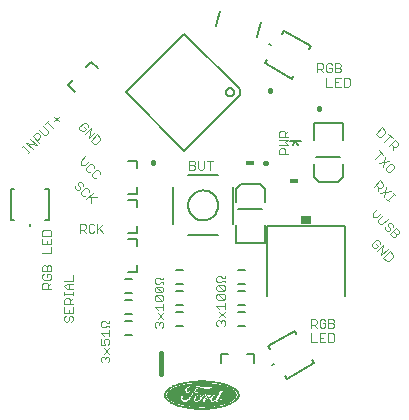
<source format=gto>
G75*
G70*
%OFA0B0*%
%FSLAX24Y24*%
%IPPOS*%
%LPD*%
%AMOC8*
5,1,8,0,0,1.08239X$1,22.5*
%
%ADD10C,0.0030*%
%ADD11R,0.0240X0.0010*%
%ADD12R,0.0550X0.0010*%
%ADD13R,0.0710X0.0010*%
%ADD14R,0.0860X0.0010*%
%ADD15R,0.1010X0.0010*%
%ADD16R,0.0450X0.0010*%
%ADD17R,0.0340X0.0010*%
%ADD18R,0.0300X0.0010*%
%ADD19R,0.0310X0.0010*%
%ADD20R,0.0270X0.0010*%
%ADD21R,0.0250X0.0010*%
%ADD22R,0.0540X0.0010*%
%ADD23R,0.0210X0.0010*%
%ADD24R,0.0690X0.0010*%
%ADD25R,0.0170X0.0010*%
%ADD26R,0.0830X0.0010*%
%ADD27R,0.0180X0.0010*%
%ADD28R,0.0150X0.0010*%
%ADD29R,0.0970X0.0010*%
%ADD30R,0.0160X0.0010*%
%ADD31R,0.1100X0.0010*%
%ADD32R,0.1230X0.0010*%
%ADD33R,0.0140X0.0010*%
%ADD34R,0.1330X0.0010*%
%ADD35R,0.1390X0.0010*%
%ADD36R,0.0130X0.0010*%
%ADD37R,0.1470X0.0010*%
%ADD38R,0.0120X0.0010*%
%ADD39R,0.1560X0.0010*%
%ADD40R,0.0110X0.0010*%
%ADD41R,0.1610X0.0010*%
%ADD42R,0.0100X0.0010*%
%ADD43R,0.1670X0.0010*%
%ADD44R,0.1720X0.0010*%
%ADD45R,0.1770X0.0010*%
%ADD46R,0.0090X0.0010*%
%ADD47R,0.1810X0.0010*%
%ADD48R,0.0080X0.0010*%
%ADD49R,0.0260X0.0010*%
%ADD50R,0.0400X0.0010*%
%ADD51R,0.0230X0.0010*%
%ADD52R,0.0050X0.0010*%
%ADD53R,0.0070X0.0010*%
%ADD54R,0.0320X0.0010*%
%ADD55R,0.0010X0.0010*%
%ADD56R,0.0040X0.0010*%
%ADD57R,0.0330X0.0010*%
%ADD58R,0.0020X0.0010*%
%ADD59R,0.0200X0.0010*%
%ADD60R,0.0030X0.0010*%
%ADD61R,0.0410X0.0010*%
%ADD62R,0.0060X0.0010*%
%ADD63R,0.0420X0.0010*%
%ADD64R,0.0360X0.0010*%
%ADD65R,0.0370X0.0010*%
%ADD66R,0.0380X0.0010*%
%ADD67R,0.0430X0.0010*%
%ADD68R,0.0390X0.0010*%
%ADD69R,0.0440X0.0010*%
%ADD70R,0.0190X0.0010*%
%ADD71R,0.0560X0.0010*%
%ADD72R,0.0220X0.0010*%
%ADD73R,0.0460X0.0010*%
%ADD74R,0.0470X0.0010*%
%ADD75R,0.0490X0.0010*%
%ADD76R,0.0500X0.0010*%
%ADD77R,0.0510X0.0010*%
%ADD78R,0.0520X0.0010*%
%ADD79R,0.0530X0.0010*%
%ADD80R,0.0750X0.0010*%
%ADD81R,0.0740X0.0010*%
%ADD82R,0.0730X0.0010*%
%ADD83R,0.0840X0.0010*%
%ADD84R,0.0670X0.0010*%
%ADD85R,0.0650X0.0010*%
%ADD86R,0.0480X0.0010*%
%ADD87R,0.0620X0.0010*%
%ADD88R,0.0700X0.0010*%
%ADD89R,0.0610X0.0010*%
%ADD90R,0.0590X0.0010*%
%ADD91R,0.0580X0.0010*%
%ADD92R,0.1140X0.0010*%
%ADD93R,0.1130X0.0010*%
%ADD94R,0.1200X0.0010*%
%ADD95R,0.0780X0.0010*%
%ADD96R,0.0290X0.0010*%
%ADD97R,0.0640X0.0010*%
%ADD98R,0.0570X0.0010*%
%ADD99R,0.0280X0.0010*%
%ADD100R,0.0350X0.0010*%
%ADD101R,0.0850X0.0010*%
%ADD102R,0.0880X0.0010*%
%ADD103R,0.0900X0.0010*%
%ADD104R,0.1240X0.0010*%
%ADD105R,0.1110X0.0010*%
%ADD106R,0.0870X0.0010*%
%ADD107R,0.0720X0.0010*%
%ADD108C,0.0160*%
%ADD109R,0.0280X0.0160*%
%ADD110C,0.0080*%
%ADD111C,0.0060*%
%ADD112R,0.0340X0.0300*%
%ADD113C,0.0050*%
D10*
X003002Y003704D02*
X003051Y003704D01*
X003099Y003753D01*
X003099Y003849D01*
X003147Y003898D01*
X003196Y003898D01*
X003244Y003849D01*
X003244Y003753D01*
X003196Y003704D01*
X003002Y003704D02*
X002954Y003753D01*
X002954Y003849D01*
X003002Y003898D01*
X002954Y003999D02*
X003244Y003999D01*
X003244Y004192D01*
X003244Y004294D02*
X002954Y004294D01*
X002954Y004439D01*
X003002Y004487D01*
X003099Y004487D01*
X003147Y004439D01*
X003147Y004294D01*
X003147Y004390D02*
X003244Y004487D01*
X003244Y004588D02*
X003244Y004685D01*
X003244Y004637D02*
X002954Y004637D01*
X002954Y004685D02*
X002954Y004588D01*
X003051Y004785D02*
X002954Y004881D01*
X003051Y004978D01*
X003244Y004978D01*
X003244Y005079D02*
X003244Y005273D01*
X003244Y005079D02*
X002954Y005079D01*
X003099Y004978D02*
X003099Y004785D01*
X003051Y004785D02*
X003244Y004785D01*
X002954Y004192D02*
X002954Y003999D01*
X003099Y003999D02*
X003099Y004096D01*
X002514Y004811D02*
X002224Y004811D01*
X002224Y004957D01*
X002272Y005005D01*
X002369Y005005D01*
X002417Y004957D01*
X002417Y004811D01*
X002417Y004908D02*
X002514Y005005D01*
X002466Y005106D02*
X002514Y005154D01*
X002514Y005251D01*
X002466Y005300D01*
X002369Y005300D01*
X002369Y005203D01*
X002272Y005300D02*
X002224Y005251D01*
X002224Y005154D01*
X002272Y005106D01*
X002466Y005106D01*
X002514Y005401D02*
X002224Y005401D01*
X002224Y005546D01*
X002272Y005594D01*
X002321Y005594D01*
X002369Y005546D01*
X002369Y005401D01*
X002369Y005546D02*
X002417Y005594D01*
X002466Y005594D01*
X002514Y005546D01*
X002514Y005401D01*
X002514Y005990D02*
X002224Y005990D01*
X002514Y005990D02*
X002514Y006184D01*
X002514Y006285D02*
X002514Y006478D01*
X002514Y006579D02*
X002514Y006724D01*
X002466Y006773D01*
X002272Y006773D01*
X002224Y006724D01*
X002224Y006579D01*
X002514Y006579D01*
X002369Y006381D02*
X002369Y006285D01*
X002224Y006285D02*
X002514Y006285D01*
X002224Y006285D02*
X002224Y006478D01*
X003474Y006674D02*
X003474Y006964D01*
X003619Y006964D01*
X003668Y006916D01*
X003668Y006819D01*
X003619Y006771D01*
X003474Y006771D01*
X003571Y006771D02*
X003668Y006674D01*
X003769Y006722D02*
X003817Y006674D01*
X003914Y006674D01*
X003962Y006722D01*
X004063Y006674D02*
X004063Y006964D01*
X003962Y006916D02*
X003914Y006964D01*
X003817Y006964D01*
X003769Y006916D01*
X003769Y006722D01*
X004063Y006771D02*
X004257Y006964D01*
X004112Y006819D02*
X004257Y006674D01*
X003834Y007655D02*
X003834Y007861D01*
X003765Y007861D02*
X004039Y007861D01*
X003902Y007998D02*
X003697Y007792D01*
X003660Y007898D02*
X003591Y007898D01*
X003523Y007966D01*
X003523Y008035D01*
X003660Y008172D01*
X003728Y008172D01*
X003796Y008103D01*
X003796Y008035D01*
X003588Y008243D02*
X003588Y008312D01*
X003520Y008380D01*
X003451Y008380D01*
X003417Y008346D01*
X003417Y008277D01*
X003485Y008209D01*
X003485Y008141D01*
X003451Y008106D01*
X003383Y008106D01*
X003314Y008175D01*
X003314Y008243D01*
X003741Y008698D02*
X003673Y008766D01*
X003673Y008835D01*
X003810Y008972D01*
X003878Y008972D01*
X003946Y008903D01*
X003946Y008835D01*
X004018Y008763D02*
X003881Y008627D01*
X003881Y008558D01*
X003950Y008490D01*
X004018Y008490D01*
X004155Y008627D02*
X004155Y008695D01*
X004086Y008763D01*
X004018Y008763D01*
X003810Y008698D02*
X003741Y008698D01*
X003635Y008941D02*
X003772Y009077D01*
X003635Y008941D02*
X003499Y008941D01*
X003499Y009077D01*
X003635Y009214D01*
X003950Y009640D02*
X003847Y009742D01*
X004052Y009948D01*
X004155Y009845D01*
X004155Y009777D01*
X004018Y009640D01*
X003950Y009640D01*
X003775Y009814D02*
X003981Y010019D01*
X003844Y010156D02*
X003775Y009814D01*
X003639Y009951D02*
X003844Y010156D01*
X003738Y010193D02*
X003738Y010262D01*
X003670Y010330D01*
X003601Y010330D01*
X003464Y010193D01*
X003464Y010125D01*
X003533Y010056D01*
X003601Y010056D01*
X003670Y010125D01*
X003601Y010193D01*
X002766Y010405D02*
X002629Y010542D01*
X002629Y010405D02*
X002766Y010542D01*
X002455Y010436D02*
X002318Y010299D01*
X002386Y010368D02*
X002591Y010163D01*
X002417Y010057D02*
X002417Y009988D01*
X002349Y009920D01*
X002280Y009920D01*
X002109Y010091D01*
X002072Y009985D02*
X002140Y009917D01*
X002140Y009849D01*
X002038Y009746D01*
X002106Y009677D02*
X001901Y009883D01*
X002004Y009985D01*
X002072Y009985D01*
X001830Y009811D02*
X002035Y009606D01*
X001693Y009674D01*
X001898Y009469D01*
X001827Y009399D02*
X001759Y009330D01*
X001793Y009364D02*
X001588Y009570D01*
X001554Y009535D02*
X001622Y009604D01*
X002246Y010228D02*
X002417Y010057D01*
X006022Y005173D02*
X006119Y005173D01*
X006167Y005124D01*
X006264Y005124D01*
X006264Y005173D01*
X006264Y005028D02*
X006167Y005028D01*
X006119Y004979D01*
X006022Y004979D01*
X005974Y005028D01*
X005974Y005124D01*
X006022Y005173D01*
X006264Y005028D02*
X006264Y004979D01*
X006216Y004878D02*
X006264Y004830D01*
X006264Y004733D01*
X006216Y004685D01*
X006022Y004878D01*
X006216Y004878D01*
X006216Y004685D02*
X006022Y004685D01*
X005974Y004733D01*
X005974Y004830D01*
X006022Y004878D01*
X006022Y004584D02*
X006216Y004390D01*
X006264Y004438D01*
X006264Y004535D01*
X006216Y004584D01*
X006022Y004584D01*
X005974Y004535D01*
X005974Y004438D01*
X006022Y004390D01*
X006216Y004390D01*
X006264Y004289D02*
X006264Y004095D01*
X006264Y004192D02*
X005974Y004192D01*
X006071Y004095D01*
X006071Y003994D02*
X006264Y003801D01*
X006216Y003700D02*
X006264Y003651D01*
X006264Y003554D01*
X006216Y003506D01*
X006119Y003603D02*
X006119Y003651D01*
X006167Y003700D01*
X006216Y003700D01*
X006119Y003651D02*
X006071Y003700D01*
X006022Y003700D01*
X005974Y003651D01*
X005974Y003554D01*
X006022Y003506D01*
X006071Y003801D02*
X006264Y003994D01*
X008024Y004242D02*
X008314Y004242D01*
X008314Y004145D02*
X008314Y004339D01*
X008266Y004440D02*
X008072Y004440D01*
X008024Y004488D01*
X008024Y004585D01*
X008072Y004634D01*
X008266Y004440D01*
X008314Y004488D01*
X008314Y004585D01*
X008266Y004634D01*
X008072Y004634D01*
X008072Y004735D02*
X008024Y004783D01*
X008024Y004880D01*
X008072Y004928D01*
X008266Y004735D01*
X008314Y004783D01*
X008314Y004880D01*
X008266Y004928D01*
X008072Y004928D01*
X008072Y005029D02*
X008024Y005078D01*
X008024Y005174D01*
X008072Y005223D01*
X008169Y005223D01*
X008217Y005174D01*
X008314Y005174D01*
X008314Y005223D01*
X008314Y005078D02*
X008217Y005078D01*
X008169Y005029D01*
X008072Y005029D01*
X008314Y005029D02*
X008314Y005078D01*
X008266Y004735D02*
X008072Y004735D01*
X008024Y004242D02*
X008121Y004145D01*
X008121Y004044D02*
X008314Y003851D01*
X008266Y003750D02*
X008314Y003701D01*
X008314Y003604D01*
X008266Y003556D01*
X008169Y003653D02*
X008169Y003701D01*
X008217Y003750D01*
X008266Y003750D01*
X008169Y003701D02*
X008121Y003750D01*
X008072Y003750D01*
X008024Y003701D01*
X008024Y003604D01*
X008072Y003556D01*
X008121Y003851D02*
X008314Y004044D01*
X011174Y003794D02*
X011174Y003504D01*
X011174Y003601D02*
X011319Y003601D01*
X011368Y003649D01*
X011368Y003746D01*
X011319Y003794D01*
X011174Y003794D01*
X011271Y003601D02*
X011368Y003504D01*
X011469Y003552D02*
X011517Y003504D01*
X011614Y003504D01*
X011662Y003552D01*
X011662Y003649D01*
X011565Y003649D01*
X011469Y003746D02*
X011469Y003552D01*
X011469Y003746D02*
X011517Y003794D01*
X011614Y003794D01*
X011662Y003746D01*
X011763Y003794D02*
X011908Y003794D01*
X011957Y003746D01*
X011957Y003698D01*
X011908Y003649D01*
X011763Y003649D01*
X011763Y003504D02*
X011908Y003504D01*
X011957Y003552D01*
X011957Y003601D01*
X011908Y003649D01*
X011763Y003504D02*
X011763Y003794D01*
X011763Y003314D02*
X011908Y003314D01*
X011957Y003266D01*
X011957Y003072D01*
X011908Y003024D01*
X011763Y003024D01*
X011763Y003314D01*
X011662Y003314D02*
X011469Y003314D01*
X011469Y003024D01*
X011662Y003024D01*
X011565Y003169D02*
X011469Y003169D01*
X011368Y003024D02*
X011174Y003024D01*
X011174Y003314D01*
X013597Y005842D02*
X013700Y005740D01*
X013768Y005740D01*
X013905Y005877D01*
X013905Y005945D01*
X013802Y006048D01*
X013597Y005842D01*
X013525Y005914D02*
X013731Y006119D01*
X013594Y006256D02*
X013525Y005914D01*
X013389Y006051D02*
X013594Y006256D01*
X013488Y006293D02*
X013488Y006362D01*
X013420Y006430D01*
X013351Y006430D01*
X013214Y006293D01*
X013214Y006225D01*
X013283Y006156D01*
X013351Y006156D01*
X013420Y006225D01*
X013351Y006293D01*
X013700Y006740D02*
X013631Y006808D01*
X013631Y006877D01*
X013560Y006948D02*
X013491Y006948D01*
X013423Y007016D01*
X013423Y007085D01*
X013594Y007256D01*
X013522Y007327D02*
X013385Y007191D01*
X013249Y007191D01*
X013249Y007327D01*
X013385Y007464D01*
X013697Y007792D02*
X013765Y007724D01*
X013731Y007758D02*
X013936Y007963D01*
X013902Y007998D02*
X013971Y007929D01*
X013831Y008069D02*
X013489Y008001D01*
X013417Y008072D02*
X013417Y008209D01*
X013451Y008175D02*
X013349Y008277D01*
X013280Y008209D02*
X013485Y008414D01*
X013588Y008312D01*
X013588Y008243D01*
X013520Y008175D01*
X013451Y008175D01*
X013694Y008206D02*
X013625Y007864D01*
X013731Y007119D02*
X013560Y006948D01*
X013734Y006979D02*
X013734Y006911D01*
X013802Y006842D01*
X013802Y006774D01*
X013768Y006740D01*
X013700Y006740D01*
X013805Y006634D02*
X013908Y006531D01*
X013976Y006531D01*
X014011Y006566D01*
X014011Y006634D01*
X013908Y006737D01*
X013905Y006877D02*
X013905Y006945D01*
X013836Y007013D01*
X013768Y007013D01*
X013734Y006979D01*
X014011Y006839D02*
X013805Y006634D01*
X014011Y006634D02*
X014079Y006634D01*
X014113Y006668D01*
X014113Y006737D01*
X014011Y006839D01*
X013818Y008690D02*
X013750Y008690D01*
X013681Y008758D01*
X013681Y008827D01*
X013818Y008963D01*
X013886Y008963D01*
X013955Y008895D01*
X013955Y008827D01*
X013818Y008690D01*
X013575Y008864D02*
X013644Y009206D01*
X013572Y009277D02*
X013435Y009414D01*
X013504Y009346D02*
X013299Y009141D01*
X013439Y009001D02*
X013781Y009069D01*
X013902Y009424D02*
X013902Y009560D01*
X013936Y009526D02*
X013833Y009629D01*
X013765Y009560D02*
X013970Y009766D01*
X014073Y009663D01*
X014073Y009595D01*
X014004Y009526D01*
X013936Y009526D01*
X013899Y009837D02*
X013762Y009974D01*
X013830Y009906D02*
X013625Y009700D01*
X013519Y009874D02*
X013451Y009874D01*
X013348Y009977D01*
X013553Y010182D01*
X013656Y010080D01*
X013656Y010011D01*
X013519Y009874D01*
X012423Y011544D02*
X012278Y011544D01*
X012278Y011834D01*
X012423Y011834D01*
X012471Y011786D01*
X012471Y011592D01*
X012423Y011544D01*
X012177Y011544D02*
X011983Y011544D01*
X011983Y011834D01*
X012177Y011834D01*
X012080Y011689D02*
X011983Y011689D01*
X011882Y011544D02*
X011689Y011544D01*
X011689Y011834D01*
X011737Y012024D02*
X011834Y012024D01*
X011882Y012072D01*
X011882Y012169D01*
X011785Y012169D01*
X011689Y012072D02*
X011737Y012024D01*
X011689Y012072D02*
X011689Y012266D01*
X011737Y012314D01*
X011834Y012314D01*
X011882Y012266D01*
X011983Y012314D02*
X012128Y012314D01*
X012177Y012266D01*
X012177Y012218D01*
X012128Y012169D01*
X011983Y012169D01*
X011983Y012024D02*
X012128Y012024D01*
X012177Y012072D01*
X012177Y012121D01*
X012128Y012169D01*
X011983Y012024D02*
X011983Y012314D01*
X011588Y012266D02*
X011588Y012169D01*
X011539Y012121D01*
X011394Y012121D01*
X011491Y012121D02*
X011588Y012024D01*
X011394Y012024D02*
X011394Y012314D01*
X011539Y012314D01*
X011588Y012266D01*
X010414Y010073D02*
X010317Y009976D01*
X010317Y010024D02*
X010317Y009879D01*
X010414Y009879D02*
X010124Y009879D01*
X010124Y010024D01*
X010172Y010073D01*
X010269Y010073D01*
X010317Y010024D01*
X010414Y009778D02*
X010124Y009778D01*
X010124Y009585D02*
X010414Y009585D01*
X010317Y009681D01*
X010414Y009778D01*
X010269Y009484D02*
X010317Y009435D01*
X010317Y009290D01*
X010414Y009290D02*
X010124Y009290D01*
X010124Y009435D01*
X010172Y009484D01*
X010269Y009484D01*
X007907Y009064D02*
X007713Y009064D01*
X007810Y009064D02*
X007810Y008774D01*
X007612Y008822D02*
X007612Y009064D01*
X007419Y009064D02*
X007419Y008822D01*
X007467Y008774D01*
X007564Y008774D01*
X007612Y008822D01*
X007318Y008822D02*
X007269Y008774D01*
X007124Y008774D01*
X007124Y009064D01*
X007269Y009064D01*
X007318Y009016D01*
X007318Y008968D01*
X007269Y008919D01*
X007124Y008919D01*
X007269Y008919D02*
X007318Y008871D01*
X007318Y008822D01*
X004464Y003723D02*
X004464Y003674D01*
X004367Y003674D01*
X004319Y003723D01*
X004222Y003723D01*
X004174Y003674D01*
X004174Y003578D01*
X004222Y003529D01*
X004319Y003529D01*
X004367Y003578D01*
X004464Y003578D01*
X004464Y003529D01*
X004464Y003428D02*
X004464Y003235D01*
X004464Y003331D02*
X004174Y003331D01*
X004271Y003235D01*
X004319Y003134D02*
X004416Y003134D01*
X004464Y003085D01*
X004464Y002988D01*
X004416Y002940D01*
X004319Y002940D02*
X004271Y003037D01*
X004271Y003085D01*
X004319Y003134D01*
X004174Y003134D02*
X004174Y002940D01*
X004319Y002940D01*
X004271Y002839D02*
X004464Y002645D01*
X004416Y002544D02*
X004367Y002544D01*
X004319Y002496D01*
X004319Y002448D01*
X004319Y002496D02*
X004271Y002544D01*
X004222Y002544D01*
X004174Y002496D01*
X004174Y002399D01*
X004222Y002351D01*
X004416Y002351D02*
X004464Y002399D01*
X004464Y002496D01*
X004416Y002544D01*
X004271Y002645D02*
X004464Y002839D01*
D11*
X007034Y001209D03*
X007044Y001219D03*
X007544Y000769D03*
D12*
X007539Y000779D03*
X007539Y001629D03*
X008429Y001229D03*
X008429Y001219D03*
X008419Y001199D03*
D13*
X007539Y000789D03*
D14*
X007544Y000799D03*
D15*
X007539Y000809D03*
X007539Y001679D03*
D16*
X008119Y001529D03*
X008449Y001339D03*
X008439Y001139D03*
X007889Y000819D03*
X007199Y000819D03*
X006769Y001449D03*
X006619Y001179D03*
D17*
X006684Y001059D03*
X007094Y000829D03*
X006974Y001549D03*
X007994Y000829D03*
D18*
X007184Y001009D03*
X007034Y000839D03*
X007214Y001469D03*
X007224Y001479D03*
D19*
X006769Y001009D03*
X006749Y001019D03*
X008049Y000839D03*
D20*
X008109Y000849D03*
X006979Y000849D03*
D21*
X006919Y000859D03*
X007179Y001019D03*
X007539Y001719D03*
X008169Y000859D03*
D22*
X008434Y001239D03*
X008164Y001499D03*
X007544Y000859D03*
X006714Y001369D03*
X006644Y001259D03*
D23*
X006869Y000869D03*
X007009Y001169D03*
X007069Y001239D03*
X007079Y001249D03*
X007079Y001259D03*
X007189Y001029D03*
X007739Y001029D03*
X007739Y001039D03*
X008219Y000869D03*
X008149Y001639D03*
X006939Y001639D03*
D24*
X007539Y001619D03*
X007819Y001379D03*
X007819Y001369D03*
X007809Y001359D03*
X007809Y001349D03*
X008179Y001459D03*
X007539Y000869D03*
D25*
X007739Y001069D03*
X007739Y001079D03*
X007729Y001519D03*
X008269Y001609D03*
X006989Y001129D03*
X006819Y000879D03*
X006819Y001609D03*
D26*
X007539Y001609D03*
X007539Y000879D03*
D27*
X007734Y001059D03*
X008264Y000879D03*
D28*
X008339Y000899D03*
X007969Y001149D03*
X008339Y001589D03*
X007479Y001459D03*
X007349Y001299D03*
X006779Y001599D03*
X006749Y001589D03*
X006719Y001579D03*
X006689Y001569D03*
X006689Y000919D03*
X006719Y000909D03*
X006749Y000899D03*
X006779Y000889D03*
D29*
X007539Y000889D03*
X007539Y001599D03*
D30*
X007744Y001089D03*
X008304Y000889D03*
X008304Y001599D03*
D31*
X007544Y000899D03*
D32*
X007539Y000909D03*
D33*
X007474Y001009D03*
X007404Y001129D03*
X007414Y001139D03*
X007414Y001149D03*
X007414Y001159D03*
X007334Y001269D03*
X006984Y001119D03*
X006664Y000929D03*
X006644Y000939D03*
X007954Y001119D03*
X007964Y001139D03*
X007974Y001159D03*
X007974Y001169D03*
X008364Y000909D03*
X008394Y000919D03*
X008394Y001569D03*
X008364Y001579D03*
D34*
X007539Y001569D03*
X007539Y000919D03*
D35*
X007539Y000929D03*
D36*
X007489Y001019D03*
X007399Y001109D03*
X007399Y001119D03*
X007419Y001169D03*
X007429Y001179D03*
X007429Y001189D03*
X007319Y001259D03*
X007149Y001039D03*
X006659Y001559D03*
X007889Y001269D03*
X007979Y001179D03*
X007959Y001129D03*
X007949Y001109D03*
X008419Y000929D03*
X008439Y000939D03*
D37*
X007539Y000939D03*
D38*
X007394Y001099D03*
X007434Y001199D03*
X007304Y001249D03*
X007204Y001099D03*
X007154Y001049D03*
X006974Y001109D03*
X007114Y001419D03*
X007114Y001429D03*
X007114Y001439D03*
X007264Y001439D03*
X007794Y001179D03*
X007944Y001099D03*
X007984Y001189D03*
X007994Y001199D03*
X008464Y000949D03*
X008484Y000959D03*
X008424Y001559D03*
X006624Y000949D03*
D39*
X007544Y000949D03*
D40*
X007499Y001029D03*
X007509Y001039D03*
X007389Y001089D03*
X007239Y001159D03*
X007229Y001139D03*
X007219Y001129D03*
X007209Y001109D03*
X007199Y001089D03*
X007189Y001079D03*
X007299Y001239D03*
X007199Y001339D03*
X007249Y001409D03*
X007259Y001429D03*
X007109Y001409D03*
X007469Y001469D03*
X007559Y001269D03*
X007789Y001169D03*
X007939Y001089D03*
X006599Y000959D03*
X006629Y001549D03*
D41*
X007539Y000959D03*
D42*
X007384Y001079D03*
X007434Y001209D03*
X007284Y001229D03*
X007274Y001219D03*
X007264Y001199D03*
X007244Y001169D03*
X007234Y001149D03*
X007214Y001119D03*
X007174Y001069D03*
X007164Y001059D03*
X006974Y001099D03*
X007214Y001359D03*
X007224Y001369D03*
X007234Y001379D03*
X007244Y001389D03*
X007244Y001399D03*
X007254Y001419D03*
X007784Y001159D03*
X007884Y001259D03*
X007994Y001209D03*
X007974Y001009D03*
X008454Y001549D03*
X008474Y001539D03*
X008494Y001529D03*
X008514Y001519D03*
X008534Y001509D03*
X008554Y001499D03*
X008574Y001489D03*
X008524Y000979D03*
X008504Y000969D03*
X006574Y000969D03*
X006554Y000979D03*
X006534Y000989D03*
X006504Y001489D03*
X006524Y001499D03*
X006604Y001539D03*
D43*
X007539Y000969D03*
D44*
X007544Y000979D03*
D45*
X007539Y000989D03*
D46*
X007519Y001049D03*
X007529Y001059D03*
X007539Y001069D03*
X007539Y001079D03*
X007549Y001089D03*
X007559Y001259D03*
X007269Y001209D03*
X007259Y001189D03*
X007249Y001179D03*
X007209Y001349D03*
X007099Y001399D03*
X006589Y001529D03*
X006569Y001519D03*
X006549Y001509D03*
X006489Y001479D03*
X006499Y001009D03*
X006519Y000999D03*
X007929Y001079D03*
X007999Y001219D03*
X008549Y000989D03*
D47*
X007539Y000999D03*
D48*
X007554Y001099D03*
X007564Y001109D03*
X007574Y001119D03*
X007574Y001129D03*
X007584Y001139D03*
X007444Y001219D03*
X007354Y001349D03*
X007164Y001329D03*
X007094Y001389D03*
X007384Y001069D03*
X007884Y001249D03*
X007924Y001069D03*
X008134Y001119D03*
X008134Y001129D03*
X008144Y001139D03*
X008564Y000999D03*
X008584Y001009D03*
X008634Y001039D03*
X008614Y001469D03*
X008594Y001479D03*
X006474Y001469D03*
X006454Y001039D03*
X006464Y001029D03*
X006484Y001019D03*
D49*
X007054Y001659D03*
X007514Y001439D03*
X007754Y001009D03*
D50*
X008274Y001009D03*
X008294Y001019D03*
X008314Y001029D03*
X008334Y001039D03*
X008444Y001369D03*
D51*
X008089Y001649D03*
X007739Y001019D03*
X007059Y001229D03*
X007029Y001199D03*
X006999Y001649D03*
D52*
X007119Y001309D03*
X007379Y001399D03*
X007389Y001409D03*
X007549Y001229D03*
X007619Y001199D03*
X007609Y001179D03*
X007699Y001109D03*
X007859Y001209D03*
X007869Y001219D03*
X007989Y001019D03*
X008739Y001139D03*
X008749Y001159D03*
X008759Y001179D03*
X008759Y001189D03*
X008769Y001209D03*
X008769Y001219D03*
X008769Y001229D03*
X008769Y001239D03*
X008769Y001249D03*
X008769Y001259D03*
X008769Y001269D03*
X008769Y001279D03*
X008759Y001299D03*
X008759Y001309D03*
X008749Y001329D03*
X008739Y001349D03*
X006349Y001349D03*
X006339Y001329D03*
X006329Y001309D03*
X006329Y001299D03*
X006319Y001279D03*
X006319Y001269D03*
X006319Y001229D03*
X006319Y001219D03*
X006319Y001209D03*
X006329Y001189D03*
X006329Y001179D03*
X006339Y001159D03*
X006349Y001139D03*
D53*
X006429Y001059D03*
X006439Y001049D03*
X006459Y001459D03*
X007359Y001359D03*
X007379Y001309D03*
X007559Y001249D03*
X007599Y001159D03*
X007589Y001149D03*
X007709Y001099D03*
X007779Y001149D03*
X007879Y001239D03*
X008119Y001109D03*
X008599Y001019D03*
X008619Y001029D03*
X008649Y001049D03*
X008659Y001059D03*
X008629Y001459D03*
X007469Y001479D03*
D54*
X007704Y001529D03*
X006734Y001029D03*
X006714Y001039D03*
D55*
X007279Y001059D03*
X007469Y001249D03*
X007469Y001259D03*
X007539Y001199D03*
X007719Y001239D03*
X007749Y001209D03*
X007999Y001029D03*
X008079Y001229D03*
X008079Y001239D03*
X007319Y001339D03*
D56*
X007434Y001359D03*
X007434Y001369D03*
X007434Y001379D03*
X007464Y001489D03*
X007264Y001529D03*
X007084Y001379D03*
X007194Y001289D03*
X007264Y001039D03*
X006964Y001089D03*
X006314Y001239D03*
X006314Y001249D03*
X006314Y001259D03*
X007634Y001209D03*
X007844Y001189D03*
X007854Y001199D03*
X008074Y001259D03*
X008094Y001069D03*
D57*
X006699Y001049D03*
D58*
X007274Y001049D03*
X007544Y001209D03*
X007694Y001129D03*
X007744Y001199D03*
X007724Y001249D03*
X007814Y001099D03*
X007444Y001399D03*
D59*
X007734Y001049D03*
X007004Y001149D03*
X007004Y001159D03*
X006894Y001629D03*
X008194Y001629D03*
D60*
X008079Y001249D03*
X008079Y001059D03*
X007919Y001049D03*
X007779Y001139D03*
X007749Y001189D03*
X007729Y001259D03*
X007639Y001219D03*
X007549Y001219D03*
X007459Y001239D03*
X007469Y001269D03*
X007429Y001349D03*
X007439Y001389D03*
X007699Y001119D03*
D61*
X008349Y001049D03*
X006809Y001479D03*
X006629Y001129D03*
D62*
X006414Y001069D03*
X006404Y001079D03*
X006394Y001089D03*
X006384Y001099D03*
X006374Y001109D03*
X006364Y001119D03*
X006354Y001129D03*
X006344Y001149D03*
X006334Y001169D03*
X006324Y001199D03*
X006324Y001289D03*
X006334Y001319D03*
X006344Y001339D03*
X006354Y001359D03*
X006364Y001369D03*
X006374Y001379D03*
X006384Y001389D03*
X006394Y001399D03*
X006404Y001409D03*
X006414Y001419D03*
X006424Y001429D03*
X006434Y001439D03*
X006444Y001449D03*
X007144Y001319D03*
X007174Y001279D03*
X007164Y001269D03*
X007364Y001369D03*
X007364Y001379D03*
X007374Y001389D03*
X007394Y001419D03*
X007454Y001229D03*
X007554Y001239D03*
X007614Y001189D03*
X007604Y001169D03*
X007724Y001269D03*
X007874Y001229D03*
X008004Y001229D03*
X008074Y001269D03*
X008114Y001099D03*
X008104Y001089D03*
X008104Y001079D03*
X007924Y001059D03*
X007384Y001059D03*
X008644Y001449D03*
X008654Y001439D03*
X008664Y001429D03*
X008674Y001419D03*
X008684Y001409D03*
X008694Y001399D03*
X008704Y001389D03*
X008714Y001379D03*
X008724Y001369D03*
X008734Y001359D03*
X008744Y001339D03*
X008754Y001319D03*
X008764Y001289D03*
X008764Y001199D03*
X008754Y001169D03*
X008744Y001149D03*
X008734Y001129D03*
X008724Y001119D03*
X008714Y001109D03*
X008704Y001099D03*
X008694Y001089D03*
X008684Y001079D03*
X008674Y001069D03*
D63*
X008394Y001079D03*
X008374Y001069D03*
X008364Y001059D03*
X008444Y001359D03*
X006794Y001469D03*
X006624Y001149D03*
X006624Y001139D03*
D64*
X006674Y001069D03*
X006864Y001509D03*
X007024Y001559D03*
X007934Y001669D03*
D65*
X008439Y001389D03*
X007149Y001669D03*
X006659Y001079D03*
D66*
X006654Y001089D03*
X006644Y001099D03*
X006644Y001109D03*
X006844Y001499D03*
X007454Y001279D03*
D67*
X007899Y001279D03*
X008399Y001089D03*
X008409Y001099D03*
X008419Y001109D03*
X008449Y001349D03*
X006619Y001159D03*
D68*
X006639Y001119D03*
X006829Y001489D03*
X008439Y001379D03*
D69*
X008434Y001129D03*
X008424Y001119D03*
X006784Y001459D03*
X006624Y001169D03*
D70*
X006999Y001139D03*
X007249Y001519D03*
X006859Y001619D03*
X008229Y001619D03*
D71*
X008424Y001209D03*
X008414Y001189D03*
X008404Y001179D03*
X008404Y001169D03*
X008394Y001159D03*
X008394Y001149D03*
X006704Y001359D03*
D72*
X007014Y001179D03*
X007024Y001189D03*
X007504Y001449D03*
D73*
X006754Y001439D03*
X006614Y001189D03*
X008444Y001329D03*
D74*
X008449Y001319D03*
X006619Y001199D03*
D75*
X006619Y001209D03*
X006739Y001419D03*
X008449Y001299D03*
D76*
X008444Y001289D03*
X006624Y001219D03*
D77*
X006629Y001229D03*
X006729Y001409D03*
X008149Y001509D03*
D78*
X008444Y001279D03*
X008444Y001269D03*
X006724Y001399D03*
X006634Y001239D03*
D79*
X006639Y001249D03*
X006719Y001379D03*
X006719Y001389D03*
X008439Y001259D03*
X008439Y001249D03*
D80*
X006759Y001299D03*
X006749Y001269D03*
D81*
X006744Y001279D03*
D82*
X006749Y001289D03*
X008179Y001449D03*
D83*
X007694Y001289D03*
D84*
X007789Y001299D03*
X007789Y001309D03*
D85*
X006719Y001309D03*
D86*
X006744Y001429D03*
X008134Y001519D03*
X008444Y001309D03*
D87*
X006714Y001319D03*
D88*
X007784Y001319D03*
X007784Y001329D03*
X007794Y001339D03*
X007824Y001389D03*
D89*
X008169Y001479D03*
X006709Y001329D03*
D90*
X006709Y001339D03*
D91*
X006704Y001349D03*
D92*
X008044Y001399D03*
D93*
X008039Y001409D03*
X008019Y001419D03*
D94*
X007974Y001429D03*
D95*
X008164Y001439D03*
D96*
X007239Y001489D03*
X007209Y001459D03*
X007199Y001449D03*
D97*
X008174Y001469D03*
D98*
X008169Y001489D03*
X007539Y001709D03*
D99*
X007274Y001509D03*
X007254Y001499D03*
D100*
X006939Y001539D03*
X006909Y001529D03*
X006879Y001519D03*
D101*
X007899Y001539D03*
D102*
X007844Y001549D03*
D103*
X007784Y001559D03*
D104*
X007544Y001579D03*
D105*
X007539Y001589D03*
D106*
X007539Y001689D03*
D107*
X007544Y001699D03*
D108*
X006173Y001953D02*
X006173Y002673D01*
X005901Y009001D02*
X005918Y009018D01*
X009647Y009009D02*
X009671Y009009D01*
X011459Y010797D02*
X011459Y010821D01*
X009818Y011401D02*
X009801Y011418D01*
D109*
X009159Y009009D03*
X010609Y008409D03*
D110*
X011287Y008532D02*
X011444Y008375D01*
X012074Y008375D01*
X012231Y008532D01*
X012231Y008965D01*
X012231Y009753D02*
X012231Y010343D01*
X011287Y010343D01*
X011287Y009753D01*
X010840Y009726D02*
X010659Y009726D01*
X010751Y009604D01*
X010659Y009726D02*
X010478Y009726D01*
X010573Y009604D02*
X010649Y009720D01*
X011287Y008965D02*
X011287Y008532D01*
X012299Y006909D02*
X009719Y006909D01*
X009719Y004549D01*
X010637Y003410D02*
X009751Y002899D01*
X009810Y002796D01*
X009963Y002294D02*
X009895Y002255D01*
X010322Y001910D02*
X010381Y001808D01*
X011267Y002319D01*
X011208Y002422D01*
X010696Y003308D02*
X010637Y003410D01*
X009288Y002643D02*
X009288Y002328D01*
X009288Y002643D02*
X009052Y002643D01*
X008422Y002643D02*
X008186Y002643D01*
X008186Y002328D01*
X005385Y005358D02*
X005070Y005358D01*
X005385Y005358D02*
X005385Y005594D01*
X005385Y006224D02*
X005385Y006460D01*
X005070Y006460D01*
X005070Y006658D02*
X005385Y006658D01*
X005385Y006894D01*
X005385Y007524D02*
X005385Y007760D01*
X005070Y007760D01*
X005070Y007958D02*
X005385Y007958D01*
X005385Y008194D01*
X005385Y008824D02*
X005385Y009060D01*
X005070Y009060D01*
X006583Y008189D02*
X006583Y006977D01*
X007095Y006583D02*
X008071Y006583D01*
X008583Y006977D02*
X008583Y008189D01*
X008687Y008136D02*
X008687Y007703D01*
X008687Y008136D02*
X008844Y008293D01*
X009474Y008293D01*
X009631Y008136D01*
X009631Y007703D01*
X009631Y006915D02*
X009631Y006325D01*
X008687Y006325D01*
X008687Y006915D01*
X007083Y007583D02*
X007085Y007627D01*
X007091Y007671D01*
X007101Y007714D01*
X007114Y007756D01*
X007131Y007797D01*
X007152Y007836D01*
X007176Y007873D01*
X007203Y007908D01*
X007233Y007940D01*
X007266Y007970D01*
X007302Y007996D01*
X007339Y008020D01*
X007379Y008039D01*
X007420Y008056D01*
X007463Y008068D01*
X007506Y008077D01*
X007550Y008082D01*
X007594Y008083D01*
X007638Y008080D01*
X007682Y008073D01*
X007725Y008062D01*
X007767Y008048D01*
X007807Y008030D01*
X007846Y008008D01*
X007882Y007984D01*
X007916Y007956D01*
X007948Y007925D01*
X007977Y007891D01*
X008003Y007855D01*
X008025Y007817D01*
X008044Y007777D01*
X008059Y007735D01*
X008071Y007693D01*
X008079Y007649D01*
X008083Y007605D01*
X008083Y007561D01*
X008079Y007517D01*
X008071Y007473D01*
X008059Y007431D01*
X008044Y007389D01*
X008025Y007349D01*
X008003Y007311D01*
X007977Y007275D01*
X007948Y007241D01*
X007916Y007210D01*
X007882Y007182D01*
X007846Y007158D01*
X007807Y007136D01*
X007767Y007118D01*
X007725Y007104D01*
X007682Y007093D01*
X007638Y007086D01*
X007594Y007083D01*
X007550Y007084D01*
X007506Y007089D01*
X007463Y007098D01*
X007420Y007110D01*
X007379Y007127D01*
X007339Y007146D01*
X007302Y007170D01*
X007266Y007196D01*
X007233Y007226D01*
X007203Y007258D01*
X007176Y007293D01*
X007152Y007330D01*
X007131Y007369D01*
X007114Y007410D01*
X007101Y007452D01*
X007091Y007495D01*
X007085Y007539D01*
X007083Y007583D01*
X007095Y008583D02*
X008083Y008583D01*
X009651Y012319D02*
X010537Y011808D01*
X010596Y011910D01*
X009710Y012422D02*
X009651Y012319D01*
X009863Y012924D02*
X009795Y012963D01*
X009377Y013208D02*
X009510Y013703D01*
X010222Y013308D02*
X010281Y013410D01*
X011167Y012899D01*
X011108Y012796D01*
X008008Y013575D02*
X008141Y014070D01*
X004085Y012149D02*
X003862Y012372D01*
X003695Y012205D01*
X003249Y011759D02*
X003082Y011592D01*
X003305Y011369D01*
X002439Y008121D02*
X002321Y008121D01*
X002439Y008121D02*
X002439Y007097D01*
X002321Y007097D01*
X001809Y006979D02*
X001809Y006900D01*
X001297Y007097D02*
X001179Y007097D01*
X001179Y008121D01*
X001297Y008121D01*
X012299Y006909D02*
X012299Y004549D01*
D111*
X008977Y004745D02*
X008741Y004745D01*
X008741Y004973D02*
X008977Y004973D01*
X008977Y005445D02*
X008741Y005445D01*
X008741Y004273D02*
X008977Y004273D01*
X008977Y004045D02*
X008741Y004045D01*
X008741Y003573D02*
X008977Y003573D01*
X006927Y003573D02*
X006691Y003573D01*
X006691Y004045D02*
X006927Y004045D01*
X006927Y004273D02*
X006691Y004273D01*
X006691Y004745D02*
X006927Y004745D01*
X006927Y004973D02*
X006691Y004973D01*
X006691Y005445D02*
X006927Y005445D01*
X005227Y005145D02*
X004991Y005145D01*
X004991Y004673D02*
X005227Y004673D01*
X005227Y004445D02*
X004991Y004445D01*
X004991Y003973D02*
X005227Y003973D01*
X005227Y003745D02*
X004991Y003745D01*
X004991Y003273D02*
X005227Y003273D01*
X006959Y009408D02*
X008812Y011260D01*
X008812Y011458D01*
X006959Y013311D01*
X005008Y011359D01*
X006959Y009408D01*
X008345Y011359D02*
X008347Y011382D01*
X008353Y011405D01*
X008362Y011426D01*
X008375Y011446D01*
X008391Y011463D01*
X008409Y011477D01*
X008429Y011488D01*
X008451Y011496D01*
X008474Y011500D01*
X008498Y011500D01*
X008521Y011496D01*
X008543Y011488D01*
X008563Y011477D01*
X008581Y011463D01*
X008597Y011446D01*
X008610Y011426D01*
X008619Y011405D01*
X008625Y011382D01*
X008627Y011359D01*
X008625Y011336D01*
X008619Y011313D01*
X008610Y011292D01*
X008597Y011272D01*
X008581Y011255D01*
X008563Y011241D01*
X008543Y011230D01*
X008521Y011222D01*
X008498Y011218D01*
X008474Y011218D01*
X008451Y011222D01*
X008429Y011230D01*
X008409Y011241D01*
X008391Y011255D01*
X008375Y011272D01*
X008362Y011292D01*
X008353Y011313D01*
X008347Y011336D01*
X008345Y011359D01*
D112*
X011009Y007099D03*
D113*
X009559Y007459D02*
X008759Y007459D01*
X011359Y009209D02*
X012159Y009209D01*
M02*

</source>
